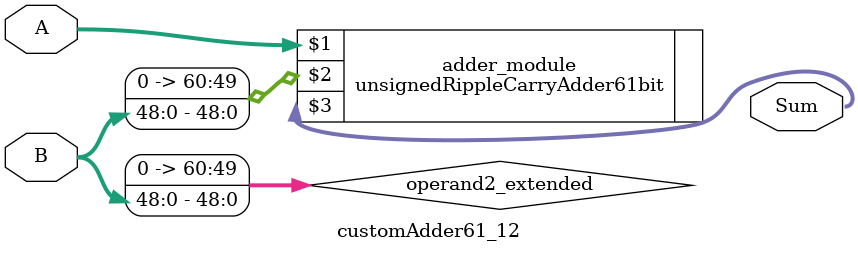
<source format=v>
module customAdder61_12(
                        input [60 : 0] A,
                        input [48 : 0] B,
                        
                        output [61 : 0] Sum
                );

        wire [60 : 0] operand2_extended;
        
        assign operand2_extended =  {12'b0, B};
        
        unsignedRippleCarryAdder61bit adder_module(
            A,
            operand2_extended,
            Sum
        );
        
        endmodule
        
</source>
